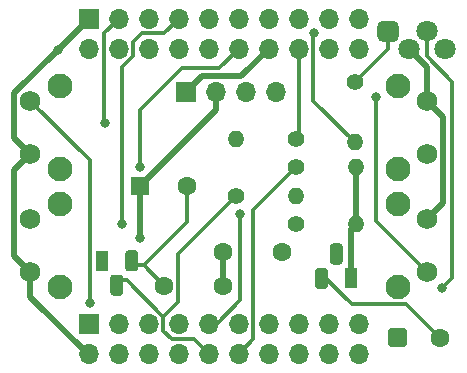
<source format=gtl>
G04 #@! TF.GenerationSoftware,KiCad,Pcbnew,(5.1.6)-1*
G04 #@! TF.CreationDate,2022-03-29T00:17:24+01:00*
G04 #@! TF.ProjectId,hswatch,68737761-7463-4682-9e6b-696361645f70,v1.1*
G04 #@! TF.SameCoordinates,Original*
G04 #@! TF.FileFunction,Copper,L1,Top*
G04 #@! TF.FilePolarity,Positive*
%FSLAX46Y46*%
G04 Gerber Fmt 4.6, Leading zero omitted, Abs format (unit mm)*
G04 Created by KiCad (PCBNEW (5.1.6)-1) date 2022-03-29 00:17:24*
%MOMM*%
%LPD*%
G01*
G04 APERTURE LIST*
G04 #@! TA.AperFunction,ComponentPad*
%ADD10C,1.400000*%
G04 #@! TD*
G04 #@! TA.AperFunction,ComponentPad*
%ADD11O,1.400000X1.400000*%
G04 #@! TD*
G04 #@! TA.AperFunction,ComponentPad*
%ADD12C,1.600000*%
G04 #@! TD*
G04 #@! TA.AperFunction,ComponentPad*
%ADD13R,1.100000X1.800000*%
G04 #@! TD*
G04 #@! TA.AperFunction,ComponentPad*
%ADD14C,1.800000*%
G04 #@! TD*
G04 #@! TA.AperFunction,ComponentPad*
%ADD15O,1.700000X1.700000*%
G04 #@! TD*
G04 #@! TA.AperFunction,ComponentPad*
%ADD16R,1.700000X1.700000*%
G04 #@! TD*
G04 #@! TA.AperFunction,ComponentPad*
%ADD17R,1.600000X1.600000*%
G04 #@! TD*
G04 #@! TA.AperFunction,ComponentPad*
%ADD18C,2.100000*%
G04 #@! TD*
G04 #@! TA.AperFunction,ComponentPad*
%ADD19C,1.750000*%
G04 #@! TD*
G04 #@! TA.AperFunction,ViaPad*
%ADD20C,0.800000*%
G04 #@! TD*
G04 #@! TA.AperFunction,Conductor*
%ADD21C,0.500000*%
G04 #@! TD*
G04 #@! TA.AperFunction,Conductor*
%ADD22C,0.300000*%
G04 #@! TD*
G04 #@! TA.AperFunction,Conductor*
%ADD23C,0.250000*%
G04 #@! TD*
G04 APERTURE END LIST*
D10*
X150200000Y-86800000D03*
D11*
X150200000Y-91880000D03*
X150280000Y-98800000D03*
D10*
X145200000Y-98800000D03*
D11*
X145200000Y-96400000D03*
D10*
X140120000Y-96400000D03*
D11*
X150280000Y-94000000D03*
D10*
X145200000Y-94000000D03*
D11*
X140120000Y-91600000D03*
D10*
X145200000Y-91600000D03*
D12*
X144000000Y-101200000D03*
X139000000Y-101200000D03*
X134000000Y-104000000D03*
X139000000Y-104000000D03*
D13*
X149900000Y-103400000D03*
G04 #@! TA.AperFunction,ComponentPad*
G36*
G01*
X147910000Y-102775000D02*
X147910000Y-104025000D01*
G75*
G02*
X147635000Y-104300000I-275000J0D01*
G01*
X147085000Y-104300000D01*
G75*
G02*
X146810000Y-104025000I0J275000D01*
G01*
X146810000Y-102775000D01*
G75*
G02*
X147085000Y-102500000I275000J0D01*
G01*
X147635000Y-102500000D01*
G75*
G02*
X147910000Y-102775000I0J-275000D01*
G01*
G37*
G04 #@! TD.AperFunction*
G04 #@! TA.AperFunction,ComponentPad*
G36*
G01*
X149180000Y-100705000D02*
X149180000Y-101955000D01*
G75*
G02*
X148905000Y-102230000I-275000J0D01*
G01*
X148355000Y-102230000D01*
G75*
G02*
X148080000Y-101955000I0J275000D01*
G01*
X148080000Y-100705000D01*
G75*
G02*
X148355000Y-100430000I275000J0D01*
G01*
X148905000Y-100430000D01*
G75*
G02*
X149180000Y-100705000I0J-275000D01*
G01*
G37*
G04 #@! TD.AperFunction*
X128760000Y-101900000D03*
G04 #@! TA.AperFunction,ComponentPad*
G36*
G01*
X130750000Y-102525000D02*
X130750000Y-101275000D01*
G75*
G02*
X131025000Y-101000000I275000J0D01*
G01*
X131575000Y-101000000D01*
G75*
G02*
X131850000Y-101275000I0J-275000D01*
G01*
X131850000Y-102525000D01*
G75*
G02*
X131575000Y-102800000I-275000J0D01*
G01*
X131025000Y-102800000D01*
G75*
G02*
X130750000Y-102525000I0J275000D01*
G01*
G37*
G04 #@! TD.AperFunction*
G04 #@! TA.AperFunction,ComponentPad*
G36*
G01*
X129480000Y-104595000D02*
X129480000Y-103345000D01*
G75*
G02*
X129755000Y-103070000I275000J0D01*
G01*
X130305000Y-103070000D01*
G75*
G02*
X130580000Y-103345000I0J-275000D01*
G01*
X130580000Y-104595000D01*
G75*
G02*
X130305000Y-104870000I-275000J0D01*
G01*
X129755000Y-104870000D01*
G75*
G02*
X129480000Y-104595000I0J275000D01*
G01*
G37*
G04 #@! TD.AperFunction*
G04 #@! TA.AperFunction,ComponentPad*
G36*
G01*
X152100000Y-82926000D02*
X152100000Y-82026000D01*
G75*
G02*
X152550000Y-81576000I450000J0D01*
G01*
X153450000Y-81576000D01*
G75*
G02*
X153900000Y-82026000I0J-450000D01*
G01*
X153900000Y-82926000D01*
G75*
G02*
X153450000Y-83376000I-450000J0D01*
G01*
X152550000Y-83376000D01*
G75*
G02*
X152100000Y-82926000I0J450000D01*
G01*
G37*
G04 #@! TD.AperFunction*
D14*
X154778000Y-84000000D03*
X156302000Y-82476000D03*
X157826000Y-84000000D03*
D15*
X143540000Y-87600000D03*
X141000000Y-87600000D03*
X138460000Y-87600000D03*
D16*
X135920000Y-87600000D03*
D15*
X150500000Y-83940000D03*
X150500000Y-81400000D03*
X147960000Y-83940000D03*
X147960000Y-81400000D03*
X145420000Y-83940000D03*
X145420000Y-81400000D03*
X142880000Y-83940000D03*
X142880000Y-81400000D03*
X140340000Y-83940000D03*
X140340000Y-81400000D03*
X137800000Y-83940000D03*
X137800000Y-81400000D03*
X135260000Y-83940000D03*
X135260000Y-81400000D03*
X132720000Y-83940000D03*
X132720000Y-81400000D03*
X130180000Y-83940000D03*
X130180000Y-81400000D03*
X127640000Y-83940000D03*
D16*
X127640000Y-81400000D03*
D15*
X150500000Y-109800000D03*
X150500000Y-107260000D03*
X147960000Y-109800000D03*
X147960000Y-107260000D03*
X145420000Y-109800000D03*
X145420000Y-107260000D03*
X142880000Y-109800000D03*
X142880000Y-107260000D03*
X140340000Y-109800000D03*
X140340000Y-107260000D03*
X137800000Y-109800000D03*
X137800000Y-107260000D03*
X135260000Y-109800000D03*
X135260000Y-107260000D03*
X132720000Y-109800000D03*
X132720000Y-107260000D03*
X130180000Y-109800000D03*
X130180000Y-107260000D03*
X127640000Y-109800000D03*
D16*
X127640000Y-107260000D03*
D17*
X132000000Y-95600000D03*
D12*
X136000000Y-95600000D03*
G04 #@! TA.AperFunction,ComponentPad*
G36*
G01*
X153000000Y-108950000D02*
X153000000Y-107850000D01*
G75*
G02*
X153250000Y-107600000I250000J0D01*
G01*
X154350000Y-107600000D01*
G75*
G02*
X154600000Y-107850000I0J-250000D01*
G01*
X154600000Y-108950000D01*
G75*
G02*
X154350000Y-109200000I-250000J0D01*
G01*
X153250000Y-109200000D01*
G75*
G02*
X153000000Y-108950000I0J250000D01*
G01*
G37*
G04 #@! TD.AperFunction*
X157400000Y-108400000D03*
D18*
X125200000Y-87100000D03*
D19*
X122710000Y-88350000D03*
X122710000Y-92850000D03*
D18*
X125200000Y-94110000D03*
X125200000Y-97090000D03*
D19*
X122710000Y-98340000D03*
X122710000Y-102840000D03*
D18*
X125200000Y-104100000D03*
X153800000Y-87100000D03*
D19*
X156290000Y-88360000D03*
X156290000Y-92860000D03*
D18*
X153800000Y-94110000D03*
X153800000Y-97090000D03*
D19*
X156290000Y-98350000D03*
X156290000Y-102850000D03*
D18*
X153800000Y-104100000D03*
D20*
X132000000Y-100000000D03*
X125020000Y-84020000D03*
X140500000Y-97950000D03*
X127750000Y-105500000D03*
X157565001Y-104184999D03*
X129000000Y-90250000D03*
X146690000Y-82650000D03*
X130500000Y-98750000D03*
X152000000Y-88050001D03*
X132000000Y-94000000D03*
D21*
X138460000Y-89140000D02*
X132000000Y-95600000D01*
X138460000Y-87600000D02*
X138460000Y-89140000D01*
X139000000Y-101200000D02*
X139000000Y-104000000D01*
X132000000Y-100000000D02*
X132000000Y-95600000D01*
D22*
X132300000Y-102300000D02*
X134000000Y-104000000D01*
X131300000Y-102300000D02*
X132300000Y-102300000D01*
X136000000Y-98600000D02*
X136000000Y-95600000D01*
X132300000Y-102300000D02*
X136000000Y-98600000D01*
X154550001Y-105550001D02*
X157400000Y-108400000D01*
X149910001Y-105550001D02*
X154550001Y-105550001D01*
X147360000Y-103000000D02*
X149910001Y-105550001D01*
X153000000Y-84000000D02*
X153000000Y-82476000D01*
X150200000Y-86800000D02*
X153000000Y-84000000D01*
D21*
X155920000Y-88360000D02*
X156290000Y-88360000D01*
X121334999Y-94225001D02*
X122710000Y-92850000D01*
X121334999Y-101464999D02*
X121334999Y-94225001D01*
X122710000Y-102840000D02*
X121334999Y-101464999D01*
X121334999Y-91474999D02*
X121334999Y-87705001D01*
X122710000Y-92850000D02*
X121334999Y-91474999D01*
X121334999Y-87705001D02*
X125020000Y-84020000D01*
X125020000Y-84020000D02*
X127640000Y-81400000D01*
X157665001Y-96974999D02*
X156290000Y-98350000D01*
X157665001Y-89735001D02*
X157665001Y-96974999D01*
X156290000Y-88360000D02*
X157665001Y-89735001D01*
X127579998Y-109800000D02*
X127640000Y-109800000D01*
X122710000Y-104930002D02*
X127579998Y-109800000D01*
X122710000Y-102840000D02*
X122710000Y-104930002D01*
X150280000Y-98800000D02*
X150280000Y-94000000D01*
X149900000Y-99180000D02*
X150280000Y-98800000D01*
X149900000Y-103000000D02*
X149900000Y-99180000D01*
X137270001Y-86249999D02*
X135920000Y-87600000D01*
X140570001Y-86249999D02*
X137270001Y-86249999D01*
X142880000Y-83940000D02*
X140570001Y-86249999D01*
D22*
X154628002Y-84000000D02*
X154778000Y-84000000D01*
D21*
X156290000Y-85512000D02*
X154778000Y-84000000D01*
X156290000Y-88360000D02*
X156290000Y-85512000D01*
D22*
X141590001Y-97609999D02*
X145200000Y-94000000D01*
X141590001Y-108549999D02*
X141590001Y-97609999D01*
X140340000Y-109800000D02*
X141590001Y-108549999D01*
X138489998Y-107260000D02*
X137800000Y-107260000D01*
X140500000Y-105249998D02*
X138489998Y-107260000D01*
X140500000Y-97950000D02*
X140500000Y-105249998D01*
X130880002Y-103570000D02*
X130030000Y-103570000D01*
X133970001Y-106659999D02*
X130880002Y-103570000D01*
X133970001Y-107820003D02*
X133970001Y-106659999D01*
X134699997Y-108549999D02*
X133970001Y-107820003D01*
X136549999Y-108549999D02*
X134699997Y-108549999D01*
X137800000Y-109800000D02*
X136549999Y-108549999D01*
X135200001Y-101319999D02*
X140120000Y-96400000D01*
X135200001Y-105429999D02*
X135200001Y-101319999D01*
X133970001Y-106659999D02*
X135200001Y-105429999D01*
X127750000Y-93390000D02*
X122710000Y-88350000D01*
X127750000Y-105500000D02*
X127750000Y-93390000D01*
X156302000Y-84604748D02*
X158430000Y-86732748D01*
X156302000Y-82476000D02*
X156302000Y-84604748D01*
X158430000Y-86732748D02*
X158430000Y-103320000D01*
X158430000Y-103320000D02*
X157565001Y-104184999D01*
X128929999Y-90179999D02*
X129000000Y-90250000D01*
X130180000Y-81400000D02*
X128929999Y-82650001D01*
X128929999Y-82650001D02*
X128929999Y-90179999D01*
X146670001Y-88350001D02*
X150200000Y-91880000D01*
X146670001Y-82669999D02*
X146670001Y-88350001D01*
X146690000Y-82650000D02*
X146670001Y-82669999D01*
X131430001Y-83379997D02*
X131430001Y-84569999D01*
X132159997Y-82650001D02*
X131430001Y-83379997D01*
X135260000Y-81400000D02*
X134009999Y-82650001D01*
X134009999Y-82650001D02*
X132159997Y-82650001D01*
X131430001Y-84569999D02*
X130500000Y-85500000D01*
X130500000Y-85500000D02*
X130500000Y-98750000D01*
X152000000Y-98560000D02*
X156290000Y-102850000D01*
X152000000Y-88050001D02*
X152000000Y-98560000D01*
X132000000Y-89099998D02*
X132000000Y-94000000D01*
X140340000Y-83940000D02*
X138719252Y-85560748D01*
X135539250Y-85560748D02*
X132000000Y-89099998D01*
X138719252Y-85560748D02*
X135539250Y-85560748D01*
D23*
X145200000Y-84160000D02*
X145420000Y-83940000D01*
D22*
X145420000Y-91380000D02*
X145200000Y-91600000D01*
X145420000Y-83940000D02*
X145420000Y-91380000D01*
M02*

</source>
